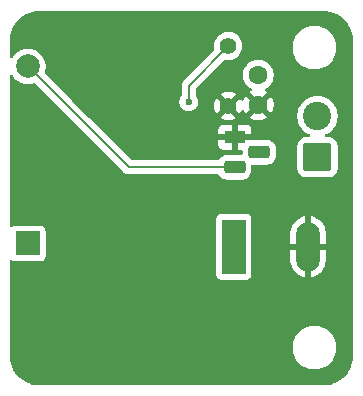
<source format=gbr>
%TF.GenerationSoftware,KiCad,Pcbnew,9.0.3*%
%TF.CreationDate,2025-11-18T21:13:43-05:00*%
%TF.ProjectId,digikey_water-alarm,64696769-6b65-4795-9f77-617465722d61,rev?*%
%TF.SameCoordinates,Original*%
%TF.FileFunction,Copper,L1,Top*%
%TF.FilePolarity,Positive*%
%FSLAX46Y46*%
G04 Gerber Fmt 4.6, Leading zero omitted, Abs format (unit mm)*
G04 Created by KiCad (PCBNEW 9.0.3) date 2025-11-18 21:13:43*
%MOMM*%
%LPD*%
G01*
G04 APERTURE LIST*
G04 Aperture macros list*
%AMRoundRect*
0 Rectangle with rounded corners*
0 $1 Rounding radius*
0 $2 $3 $4 $5 $6 $7 $8 $9 X,Y pos of 4 corners*
0 Add a 4 corners polygon primitive as box body*
4,1,4,$2,$3,$4,$5,$6,$7,$8,$9,$2,$3,0*
0 Add four circle primitives for the rounded corners*
1,1,$1+$1,$2,$3*
1,1,$1+$1,$4,$5*
1,1,$1+$1,$6,$7*
1,1,$1+$1,$8,$9*
0 Add four rect primitives between the rounded corners*
20,1,$1+$1,$2,$3,$4,$5,0*
20,1,$1+$1,$4,$5,$6,$7,0*
20,1,$1+$1,$6,$7,$8,$9,0*
20,1,$1+$1,$8,$9,$2,$3,0*%
G04 Aperture macros list end*
%TA.AperFunction,ComponentPad*%
%ADD10R,1.800000X1.100000*%
%TD*%
%TA.AperFunction,ComponentPad*%
%ADD11RoundRect,0.275000X-0.625000X0.275000X-0.625000X-0.275000X0.625000X-0.275000X0.625000X0.275000X0*%
%TD*%
%TA.AperFunction,ComponentPad*%
%ADD12C,1.400000*%
%TD*%
%TA.AperFunction,ComponentPad*%
%ADD13C,1.600000*%
%TD*%
%TA.AperFunction,ComponentPad*%
%ADD14RoundRect,0.250001X0.949999X-0.949999X0.949999X0.949999X-0.949999X0.949999X-0.949999X-0.949999X0*%
%TD*%
%TA.AperFunction,ComponentPad*%
%ADD15C,2.400000*%
%TD*%
%TA.AperFunction,ComponentPad*%
%ADD16R,2.000000X2.000000*%
%TD*%
%TA.AperFunction,ComponentPad*%
%ADD17C,2.000000*%
%TD*%
%TA.AperFunction,ComponentPad*%
%ADD18R,2.000000X4.600000*%
%TD*%
%TA.AperFunction,ComponentPad*%
%ADD19O,2.000000X4.200000*%
%TD*%
%TA.AperFunction,ViaPad*%
%ADD20C,0.600000*%
%TD*%
%TA.AperFunction,Conductor*%
%ADD21C,0.200000*%
%TD*%
G04 APERTURE END LIST*
D10*
%TO.P,Q1,1,S*%
%TO.N,GND*%
X151238000Y-93599000D03*
D11*
%TO.P,Q1,2,G*%
%TO.N,/Gate*%
X153308000Y-94869000D03*
%TO.P,Q1,3,D*%
%TO.N,Net-(BZ1--)*%
X151238000Y-96139000D03*
%TD*%
D12*
%TO.P,R1,1*%
%TO.N,/Gate*%
X150698200Y-85877400D03*
%TO.P,R1,2*%
%TO.N,GND*%
X150698200Y-90957400D03*
%TD*%
D13*
%TO.P,C1,1*%
%TO.N,/Gate*%
X153238200Y-88335800D03*
%TO.P,C1,2*%
%TO.N,GND*%
X153238200Y-90835800D03*
%TD*%
D14*
%TO.P,J2,1,Pin_1*%
%TO.N,VCC*%
X158247700Y-95298200D03*
D15*
%TO.P,J2,2,Pin_2*%
%TO.N,/Gate*%
X158247700Y-91798200D03*
%TD*%
D16*
%TO.P,BZ1,1,+*%
%TO.N,VCC*%
X133724000Y-102597600D03*
D17*
%TO.P,BZ1,2,-*%
%TO.N,Net-(BZ1--)*%
X133724000Y-87597600D03*
%TD*%
D18*
%TO.P,J1,1*%
%TO.N,VCC*%
X151155400Y-102870000D03*
D19*
%TO.P,J1,2*%
%TO.N,GND*%
X157455400Y-102870000D03*
%TD*%
D20*
%TO.N,/Gate*%
X147345400Y-90601800D03*
%TD*%
D21*
%TO.N,Net-(BZ1--)*%
X142265400Y-96139000D02*
X133724000Y-87597600D01*
X151638000Y-96139000D02*
X142265400Y-96139000D01*
%TO.N,/Gate*%
X150698200Y-85877400D02*
X147345400Y-89230200D01*
X147345400Y-89230200D02*
X147345400Y-90601800D01*
%TD*%
%TA.AperFunction,Conductor*%
%TO.N,GND*%
G36*
X158750936Y-82898326D02*
G01*
X159040996Y-82915871D01*
X159055859Y-82917676D01*
X159337998Y-82969380D01*
X159352535Y-82972963D01*
X159626372Y-83058295D01*
X159640363Y-83063600D01*
X159901943Y-83181327D01*
X159915189Y-83188280D01*
X160160665Y-83336675D01*
X160172976Y-83345173D01*
X160398773Y-83522073D01*
X160409981Y-83532003D01*
X160612796Y-83734818D01*
X160622726Y-83746026D01*
X160742681Y-83899138D01*
X160799622Y-83971817D01*
X160808128Y-83984140D01*
X160956516Y-84229604D01*
X160963475Y-84242863D01*
X161081197Y-84504431D01*
X161086506Y-84518432D01*
X161171835Y-84792263D01*
X161175419Y-84806801D01*
X161227123Y-85088940D01*
X161228928Y-85103805D01*
X161246474Y-85393863D01*
X161246700Y-85401350D01*
X161246700Y-112109049D01*
X161246474Y-112116536D01*
X161228928Y-112406594D01*
X161227123Y-112421459D01*
X161175419Y-112703598D01*
X161171835Y-112718136D01*
X161086506Y-112991967D01*
X161081197Y-113005968D01*
X160963475Y-113267536D01*
X160956516Y-113280795D01*
X160808128Y-113526259D01*
X160799622Y-113538582D01*
X160622726Y-113764373D01*
X160612796Y-113775581D01*
X160409981Y-113978396D01*
X160398773Y-113988326D01*
X160172982Y-114165222D01*
X160160659Y-114173728D01*
X159915195Y-114322116D01*
X159901936Y-114329075D01*
X159640368Y-114446797D01*
X159626367Y-114452106D01*
X159352536Y-114537435D01*
X159337998Y-114541019D01*
X159055859Y-114592723D01*
X159040994Y-114594528D01*
X158750936Y-114612074D01*
X158743449Y-114612300D01*
X134702751Y-114612300D01*
X134695264Y-114612074D01*
X134405205Y-114594528D01*
X134390340Y-114592723D01*
X134108201Y-114541019D01*
X134093663Y-114537435D01*
X133819832Y-114452106D01*
X133805831Y-114446797D01*
X133544263Y-114329075D01*
X133531004Y-114322116D01*
X133285540Y-114173728D01*
X133273217Y-114165222D01*
X133047426Y-113988326D01*
X133036218Y-113978396D01*
X132833403Y-113775581D01*
X132823473Y-113764373D01*
X132646573Y-113538576D01*
X132638075Y-113526265D01*
X132489680Y-113280789D01*
X132482727Y-113267543D01*
X132365000Y-113005963D01*
X132359693Y-112991967D01*
X132274364Y-112718136D01*
X132270780Y-112703598D01*
X132221501Y-112434693D01*
X132219075Y-112421457D01*
X132217271Y-112406594D01*
X132199726Y-112116536D01*
X132199500Y-112109049D01*
X132199500Y-111283111D01*
X156137500Y-111283111D01*
X156137500Y-111525688D01*
X156169161Y-111766185D01*
X156231947Y-112000504D01*
X156324773Y-112224605D01*
X156324776Y-112224612D01*
X156446064Y-112434689D01*
X156446066Y-112434692D01*
X156446067Y-112434693D01*
X156593733Y-112627136D01*
X156593739Y-112627143D01*
X156765256Y-112798660D01*
X156765262Y-112798665D01*
X156957711Y-112946336D01*
X157167788Y-113067624D01*
X157391900Y-113160454D01*
X157626211Y-113223238D01*
X157806586Y-113246984D01*
X157866711Y-113254900D01*
X157866712Y-113254900D01*
X158109289Y-113254900D01*
X158157388Y-113248567D01*
X158349789Y-113223238D01*
X158584100Y-113160454D01*
X158808212Y-113067624D01*
X159018289Y-112946336D01*
X159210738Y-112798665D01*
X159382265Y-112627138D01*
X159529936Y-112434689D01*
X159651224Y-112224612D01*
X159744054Y-112000500D01*
X159806838Y-111766189D01*
X159838500Y-111525688D01*
X159838500Y-111283112D01*
X159806838Y-111042611D01*
X159744054Y-110808300D01*
X159651224Y-110584188D01*
X159529936Y-110374111D01*
X159382265Y-110181662D01*
X159382260Y-110181656D01*
X159210743Y-110010139D01*
X159210736Y-110010133D01*
X159018293Y-109862467D01*
X159018292Y-109862466D01*
X159018289Y-109862464D01*
X158808212Y-109741176D01*
X158808205Y-109741173D01*
X158584104Y-109648347D01*
X158349785Y-109585561D01*
X158109289Y-109553900D01*
X158109288Y-109553900D01*
X157866712Y-109553900D01*
X157866711Y-109553900D01*
X157626214Y-109585561D01*
X157391895Y-109648347D01*
X157167794Y-109741173D01*
X157167785Y-109741177D01*
X156957706Y-109862467D01*
X156765263Y-110010133D01*
X156765256Y-110010139D01*
X156593739Y-110181656D01*
X156593733Y-110181663D01*
X156446067Y-110374106D01*
X156324777Y-110584185D01*
X156324773Y-110584194D01*
X156231947Y-110808295D01*
X156169161Y-111042614D01*
X156137500Y-111283111D01*
X132199500Y-111283111D01*
X132199500Y-104077886D01*
X132219185Y-104010847D01*
X132271989Y-103965092D01*
X132341147Y-103955148D01*
X132397810Y-103978619D01*
X132481665Y-104041393D01*
X132481668Y-104041395D01*
X132481671Y-104041397D01*
X132616517Y-104091691D01*
X132616516Y-104091691D01*
X132623444Y-104092435D01*
X132676127Y-104098100D01*
X134771872Y-104098099D01*
X134831483Y-104091691D01*
X134966331Y-104041396D01*
X135081546Y-103955146D01*
X135167796Y-103839931D01*
X135218091Y-103705083D01*
X135224500Y-103645473D01*
X135224499Y-101549728D01*
X135218091Y-101490117D01*
X135207974Y-101462993D01*
X135167797Y-101355271D01*
X135167793Y-101355264D01*
X135081547Y-101240055D01*
X135081544Y-101240052D01*
X134966335Y-101153806D01*
X134966328Y-101153802D01*
X134831482Y-101103508D01*
X134831483Y-101103508D01*
X134771883Y-101097101D01*
X134771881Y-101097100D01*
X134771873Y-101097100D01*
X134771864Y-101097100D01*
X132676129Y-101097100D01*
X132676123Y-101097101D01*
X132616516Y-101103508D01*
X132481671Y-101153802D01*
X132481669Y-101153804D01*
X132397811Y-101216580D01*
X132332347Y-101240997D01*
X132264074Y-101226145D01*
X132214668Y-101176740D01*
X132199500Y-101117313D01*
X132199500Y-100522135D01*
X149654900Y-100522135D01*
X149654900Y-105217870D01*
X149654901Y-105217876D01*
X149661308Y-105277483D01*
X149711602Y-105412328D01*
X149711606Y-105412335D01*
X149797852Y-105527544D01*
X149797855Y-105527547D01*
X149913064Y-105613793D01*
X149913071Y-105613797D01*
X150047917Y-105664091D01*
X150047916Y-105664091D01*
X150054844Y-105664835D01*
X150107527Y-105670500D01*
X152203272Y-105670499D01*
X152262883Y-105664091D01*
X152397731Y-105613796D01*
X152512946Y-105527546D01*
X152599196Y-105412331D01*
X152649491Y-105277483D01*
X152655900Y-105217873D01*
X152655899Y-101651947D01*
X155955400Y-101651947D01*
X155955400Y-102620000D01*
X156955400Y-102620000D01*
X156955400Y-103120000D01*
X155955400Y-103120000D01*
X155955400Y-104088052D01*
X155992334Y-104321247D01*
X156065297Y-104545802D01*
X156172485Y-104756171D01*
X156311266Y-104947186D01*
X156478213Y-105114133D01*
X156669228Y-105252914D01*
X156879595Y-105360102D01*
X157104144Y-105433063D01*
X157104150Y-105433065D01*
X157205400Y-105449101D01*
X157205400Y-104403012D01*
X157262407Y-104435925D01*
X157389574Y-104470000D01*
X157521226Y-104470000D01*
X157648393Y-104435925D01*
X157705400Y-104403012D01*
X157705400Y-105449100D01*
X157806649Y-105433065D01*
X157806655Y-105433063D01*
X158031204Y-105360102D01*
X158241571Y-105252914D01*
X158432586Y-105114133D01*
X158599533Y-104947186D01*
X158738314Y-104756171D01*
X158845502Y-104545802D01*
X158918465Y-104321247D01*
X158955400Y-104088052D01*
X158955400Y-103120000D01*
X157955400Y-103120000D01*
X157955400Y-102620000D01*
X158955400Y-102620000D01*
X158955400Y-101651947D01*
X158918465Y-101418752D01*
X158845502Y-101194197D01*
X158738314Y-100983828D01*
X158599533Y-100792813D01*
X158432586Y-100625866D01*
X158241571Y-100487085D01*
X158031202Y-100379897D01*
X157806647Y-100306934D01*
X157705400Y-100290897D01*
X157705400Y-101336988D01*
X157648393Y-101304075D01*
X157521226Y-101270000D01*
X157389574Y-101270000D01*
X157262407Y-101304075D01*
X157205400Y-101336988D01*
X157205400Y-100290897D01*
X157104152Y-100306934D01*
X156879597Y-100379897D01*
X156669228Y-100487085D01*
X156478213Y-100625866D01*
X156311266Y-100792813D01*
X156172485Y-100983828D01*
X156065297Y-101194197D01*
X155992334Y-101418752D01*
X155955400Y-101651947D01*
X152655899Y-101651947D01*
X152655899Y-100522128D01*
X152649491Y-100462517D01*
X152599196Y-100327669D01*
X152599195Y-100327668D01*
X152599193Y-100327664D01*
X152512947Y-100212455D01*
X152512944Y-100212452D01*
X152397735Y-100126206D01*
X152397728Y-100126202D01*
X152262882Y-100075908D01*
X152262883Y-100075908D01*
X152203283Y-100069501D01*
X152203281Y-100069500D01*
X152203273Y-100069500D01*
X152203264Y-100069500D01*
X150107529Y-100069500D01*
X150107523Y-100069501D01*
X150047916Y-100075908D01*
X149913071Y-100126202D01*
X149913064Y-100126206D01*
X149797855Y-100212452D01*
X149797852Y-100212455D01*
X149711606Y-100327664D01*
X149711602Y-100327671D01*
X149661308Y-100462517D01*
X149654901Y-100522116D01*
X149654901Y-100522123D01*
X149654900Y-100522135D01*
X132199500Y-100522135D01*
X132199500Y-88427233D01*
X132219185Y-88360194D01*
X132271989Y-88314439D01*
X132341147Y-88304495D01*
X132404703Y-88333520D01*
X132433985Y-88370939D01*
X132440655Y-88384031D01*
X132472044Y-88427233D01*
X132579483Y-88575110D01*
X132746490Y-88742117D01*
X132937567Y-88880943D01*
X132994271Y-88909835D01*
X133148003Y-88988166D01*
X133148005Y-88988166D01*
X133148008Y-88988168D01*
X133238015Y-89017413D01*
X133372631Y-89061153D01*
X133605903Y-89098100D01*
X133605908Y-89098100D01*
X133842097Y-89098100D01*
X133948126Y-89081305D01*
X134075368Y-89061153D01*
X134201566Y-89020147D01*
X134271404Y-89018153D01*
X134327562Y-89050397D01*
X141896684Y-96619520D01*
X141896686Y-96619521D01*
X141896690Y-96619524D01*
X142033609Y-96698573D01*
X142033616Y-96698577D01*
X142186343Y-96739501D01*
X142186345Y-96739501D01*
X142352054Y-96739501D01*
X142352070Y-96739500D01*
X149833110Y-96739500D01*
X149900149Y-96759185D01*
X149938104Y-96797528D01*
X150002853Y-96900576D01*
X150126424Y-97024147D01*
X150274394Y-97117122D01*
X150439343Y-97174841D01*
X150439349Y-97174841D01*
X150439351Y-97174842D01*
X150480750Y-97179506D01*
X150569442Y-97189499D01*
X150569445Y-97189500D01*
X150569448Y-97189500D01*
X151906555Y-97189500D01*
X151906556Y-97189499D01*
X152036657Y-97174841D01*
X152201606Y-97117122D01*
X152349576Y-97024147D01*
X152473147Y-96900576D01*
X152566122Y-96752606D01*
X152623841Y-96587657D01*
X152638500Y-96457552D01*
X152638500Y-96043500D01*
X152658185Y-95976461D01*
X152710989Y-95930706D01*
X152762500Y-95919500D01*
X153976555Y-95919500D01*
X153976556Y-95919499D01*
X154106657Y-95904841D01*
X154271606Y-95847122D01*
X154419576Y-95754147D01*
X154543147Y-95630576D01*
X154636122Y-95482606D01*
X154693841Y-95317657D01*
X154708500Y-95187552D01*
X154708500Y-94550448D01*
X154693841Y-94420343D01*
X154636122Y-94255394D01*
X154543147Y-94107424D01*
X154419576Y-93983853D01*
X154271606Y-93890878D01*
X154271605Y-93890877D01*
X154271604Y-93890877D01*
X154106658Y-93833159D01*
X154106648Y-93833157D01*
X153976558Y-93818500D01*
X153976552Y-93818500D01*
X152639448Y-93818500D01*
X152639441Y-93818500D01*
X152509351Y-93833157D01*
X152509341Y-93833159D01*
X152483960Y-93842041D01*
X152443005Y-93849000D01*
X151918330Y-93849000D01*
X151938075Y-93829255D01*
X151987444Y-93743745D01*
X152013000Y-93648370D01*
X152013000Y-93549630D01*
X151987444Y-93454255D01*
X151938075Y-93368745D01*
X151918330Y-93349000D01*
X152638000Y-93349000D01*
X152638000Y-93001172D01*
X152637999Y-93001155D01*
X152631598Y-92941627D01*
X152631596Y-92941620D01*
X152581354Y-92806913D01*
X152581350Y-92806906D01*
X152495190Y-92691812D01*
X152495187Y-92691809D01*
X152380093Y-92605649D01*
X152380086Y-92605645D01*
X152245379Y-92555403D01*
X152245372Y-92555401D01*
X152185844Y-92549000D01*
X151488000Y-92549000D01*
X151488000Y-93252589D01*
X151407745Y-93298925D01*
X151337925Y-93368745D01*
X151288556Y-93454255D01*
X151263000Y-93549630D01*
X151263000Y-93648370D01*
X151288556Y-93743745D01*
X151337925Y-93829255D01*
X151407745Y-93899075D01*
X151488000Y-93945410D01*
X151488000Y-94649000D01*
X151783500Y-94649000D01*
X151792185Y-94651550D01*
X151801147Y-94650262D01*
X151825187Y-94661240D01*
X151850539Y-94668685D01*
X151856466Y-94675525D01*
X151864703Y-94679287D01*
X151878992Y-94701521D01*
X151896294Y-94721489D01*
X151898581Y-94732003D01*
X151902477Y-94738065D01*
X151907500Y-94773000D01*
X151907500Y-94964500D01*
X151887815Y-95031539D01*
X151835011Y-95077294D01*
X151783500Y-95088500D01*
X150569441Y-95088500D01*
X150439351Y-95103157D01*
X150439341Y-95103159D01*
X150274395Y-95160877D01*
X150126423Y-95253853D01*
X150002853Y-95377423D01*
X149938104Y-95480472D01*
X149885769Y-95526763D01*
X149833110Y-95538500D01*
X142565498Y-95538500D01*
X142498459Y-95518815D01*
X142477817Y-95502181D01*
X141172480Y-94196844D01*
X149838000Y-94196844D01*
X149844401Y-94256372D01*
X149844403Y-94256379D01*
X149894645Y-94391086D01*
X149894649Y-94391093D01*
X149980809Y-94506187D01*
X149980812Y-94506190D01*
X150095906Y-94592350D01*
X150095913Y-94592354D01*
X150230620Y-94642596D01*
X150230627Y-94642598D01*
X150290155Y-94648999D01*
X150290172Y-94649000D01*
X150988000Y-94649000D01*
X150988000Y-93849000D01*
X149838000Y-93849000D01*
X149838000Y-94196844D01*
X141172480Y-94196844D01*
X139976791Y-93001155D01*
X149838000Y-93001155D01*
X149838000Y-93349000D01*
X150988000Y-93349000D01*
X150988000Y-92549000D01*
X150290155Y-92549000D01*
X150230627Y-92555401D01*
X150230620Y-92555403D01*
X150095913Y-92605645D01*
X150095906Y-92605649D01*
X149980812Y-92691809D01*
X149980809Y-92691812D01*
X149894649Y-92806906D01*
X149894645Y-92806913D01*
X149844403Y-92941620D01*
X149844401Y-92941627D01*
X149838000Y-93001155D01*
X139976791Y-93001155D01*
X138981340Y-92005704D01*
X138940918Y-91965282D01*
X150043869Y-91965282D01*
X150043870Y-91965283D01*
X150069259Y-91983729D01*
X150237562Y-92069485D01*
X150417197Y-92127851D01*
X150603753Y-92157400D01*
X150792647Y-92157400D01*
X150979202Y-92127851D01*
X151158837Y-92069485D01*
X151327137Y-91983731D01*
X151352528Y-91965283D01*
X151352528Y-91965282D01*
X151342942Y-91955696D01*
X150698201Y-91310954D01*
X150698200Y-91310954D01*
X150043869Y-91965282D01*
X138940918Y-91965282D01*
X137580182Y-90604547D01*
X137498588Y-90522953D01*
X146544900Y-90522953D01*
X146544900Y-90680646D01*
X146575661Y-90835289D01*
X146575664Y-90835301D01*
X146636002Y-90980972D01*
X146636009Y-90980985D01*
X146723610Y-91112088D01*
X146723613Y-91112092D01*
X146835107Y-91223586D01*
X146835111Y-91223589D01*
X146966214Y-91311190D01*
X146966227Y-91311197D01*
X147111898Y-91371535D01*
X147111903Y-91371537D01*
X147266553Y-91402299D01*
X147266556Y-91402300D01*
X147266558Y-91402300D01*
X147424244Y-91402300D01*
X147424245Y-91402299D01*
X147578897Y-91371537D01*
X147724579Y-91311194D01*
X147855689Y-91223589D01*
X147967189Y-91112089D01*
X148054794Y-90980979D01*
X148103682Y-90862952D01*
X149498200Y-90862952D01*
X149498200Y-91051847D01*
X149527748Y-91238402D01*
X149586114Y-91418037D01*
X149671866Y-91586333D01*
X149690316Y-91611728D01*
X150344646Y-90957400D01*
X150344646Y-90957399D01*
X150298569Y-90911322D01*
X150348200Y-90911322D01*
X150348200Y-91003478D01*
X150372052Y-91092495D01*
X150418130Y-91172305D01*
X150483295Y-91237470D01*
X150563105Y-91283548D01*
X150652122Y-91307400D01*
X150744278Y-91307400D01*
X150833295Y-91283548D01*
X150913105Y-91237470D01*
X150978270Y-91172305D01*
X151024348Y-91092495D01*
X151048200Y-91003478D01*
X151048200Y-90957399D01*
X151051754Y-90957399D01*
X151051754Y-90957400D01*
X151706082Y-91611728D01*
X151706083Y-91611728D01*
X151724531Y-91586337D01*
X151810286Y-91418035D01*
X151821180Y-91384507D01*
X151860616Y-91326831D01*
X151924975Y-91299632D01*
X151993821Y-91311546D01*
X152045297Y-91358789D01*
X152049596Y-91366529D01*
X152126341Y-91517150D01*
X152126347Y-91517159D01*
X152158723Y-91561721D01*
X152158724Y-91561722D01*
X152838200Y-90882246D01*
X152838200Y-90888461D01*
X152865459Y-90990194D01*
X152918120Y-91081406D01*
X152992594Y-91155880D01*
X153083806Y-91208541D01*
X153185539Y-91235800D01*
X153191753Y-91235800D01*
X152512276Y-91915274D01*
X152556850Y-91947659D01*
X152739168Y-92040555D01*
X152933782Y-92103790D01*
X153135883Y-92135800D01*
X153340517Y-92135800D01*
X153542617Y-92103790D01*
X153737231Y-92040555D01*
X153919549Y-91947659D01*
X153964121Y-91915274D01*
X153735596Y-91686749D01*
X156547200Y-91686749D01*
X156547200Y-91909650D01*
X156547201Y-91909666D01*
X156576294Y-92130652D01*
X156576295Y-92130657D01*
X156576296Y-92130663D01*
X156633990Y-92345980D01*
X156633993Y-92345990D01*
X156718083Y-92549000D01*
X156719295Y-92551926D01*
X156830752Y-92744974D01*
X156830757Y-92744980D01*
X156830758Y-92744982D01*
X156966451Y-92921822D01*
X156966457Y-92921829D01*
X157124070Y-93079442D01*
X157124076Y-93079447D01*
X157300926Y-93215148D01*
X157493974Y-93326605D01*
X157493977Y-93326606D01*
X157493982Y-93326609D01*
X157572517Y-93359139D01*
X157626921Y-93402980D01*
X157648986Y-93469274D01*
X157631707Y-93536973D01*
X157580570Y-93584584D01*
X157525065Y-93597700D01*
X157247684Y-93597700D01*
X157144904Y-93608200D01*
X157144903Y-93608201D01*
X156978364Y-93663386D01*
X156978362Y-93663387D01*
X156829048Y-93755486D01*
X156829044Y-93755489D01*
X156704989Y-93879544D01*
X156704986Y-93879548D01*
X156612887Y-94028862D01*
X156612886Y-94028864D01*
X156557701Y-94195403D01*
X156557700Y-94195404D01*
X156547200Y-94298184D01*
X156547200Y-96298215D01*
X156557700Y-96400995D01*
X156557701Y-96400997D01*
X156585293Y-96484265D01*
X156612886Y-96567535D01*
X156612887Y-96567537D01*
X156704986Y-96716851D01*
X156704989Y-96716855D01*
X156829044Y-96840910D01*
X156829048Y-96840913D01*
X156978362Y-96933012D01*
X156978364Y-96933013D01*
X156978366Y-96933014D01*
X157144903Y-96988199D01*
X157247692Y-96998700D01*
X157247697Y-96998700D01*
X159247703Y-96998700D01*
X159247708Y-96998700D01*
X159350497Y-96988199D01*
X159517034Y-96933014D01*
X159666355Y-96840911D01*
X159790411Y-96716855D01*
X159882514Y-96567534D01*
X159937699Y-96400997D01*
X159948200Y-96298208D01*
X159948200Y-94298192D01*
X159937699Y-94195403D01*
X159882514Y-94028866D01*
X159854749Y-93983853D01*
X159790413Y-93879548D01*
X159790410Y-93879544D01*
X159666355Y-93755489D01*
X159666351Y-93755486D01*
X159517037Y-93663387D01*
X159517035Y-93663386D01*
X159433765Y-93635793D01*
X159350497Y-93608201D01*
X159350495Y-93608200D01*
X159247715Y-93597700D01*
X159247708Y-93597700D01*
X158970335Y-93597700D01*
X158903296Y-93578015D01*
X158857541Y-93525211D01*
X158847597Y-93456053D01*
X158876622Y-93392497D01*
X158922883Y-93359139D01*
X159001417Y-93326609D01*
X159001418Y-93326607D01*
X159001426Y-93326605D01*
X159194474Y-93215148D01*
X159371324Y-93079447D01*
X159528947Y-92921824D01*
X159664648Y-92744974D01*
X159776105Y-92551926D01*
X159861410Y-92345981D01*
X159919104Y-92130663D01*
X159948200Y-91909657D01*
X159948200Y-91686743D01*
X159919104Y-91465737D01*
X159861410Y-91250419D01*
X159856432Y-91238402D01*
X159804112Y-91112089D01*
X159776105Y-91044474D01*
X159664648Y-90851426D01*
X159531060Y-90677330D01*
X159528948Y-90674577D01*
X159528942Y-90674570D01*
X159371329Y-90516957D01*
X159371322Y-90516951D01*
X159194482Y-90381258D01*
X159194480Y-90381257D01*
X159194474Y-90381252D01*
X159001426Y-90269795D01*
X159001422Y-90269793D01*
X158795490Y-90184493D01*
X158795483Y-90184491D01*
X158795481Y-90184490D01*
X158580163Y-90126796D01*
X158580157Y-90126795D01*
X158580152Y-90126794D01*
X158359166Y-90097701D01*
X158359163Y-90097700D01*
X158359157Y-90097700D01*
X158136243Y-90097700D01*
X158136237Y-90097700D01*
X158136233Y-90097701D01*
X157915247Y-90126794D01*
X157915240Y-90126795D01*
X157915237Y-90126796D01*
X157699919Y-90184490D01*
X157699909Y-90184493D01*
X157493977Y-90269793D01*
X157493973Y-90269795D01*
X157300926Y-90381252D01*
X157300917Y-90381258D01*
X157124077Y-90516951D01*
X157124070Y-90516957D01*
X156966457Y-90674570D01*
X156966451Y-90674577D01*
X156830758Y-90851417D01*
X156830752Y-90851426D01*
X156719295Y-91044473D01*
X156719293Y-91044477D01*
X156633993Y-91250409D01*
X156633990Y-91250419D01*
X156598062Y-91384507D01*
X156576297Y-91465734D01*
X156576294Y-91465747D01*
X156547201Y-91686733D01*
X156547200Y-91686749D01*
X153735596Y-91686749D01*
X153284647Y-91235800D01*
X153290861Y-91235800D01*
X153392594Y-91208541D01*
X153483806Y-91155880D01*
X153558280Y-91081406D01*
X153610941Y-90990194D01*
X153638200Y-90888461D01*
X153638200Y-90882247D01*
X154317674Y-91561721D01*
X154350059Y-91517149D01*
X154442955Y-91334831D01*
X154506190Y-91140217D01*
X154538200Y-90938117D01*
X154538200Y-90733482D01*
X154506190Y-90531382D01*
X154442955Y-90336768D01*
X154350059Y-90154450D01*
X154317674Y-90109877D01*
X154317674Y-90109876D01*
X153638200Y-90789351D01*
X153638200Y-90783139D01*
X153610941Y-90681406D01*
X153558280Y-90590194D01*
X153483806Y-90515720D01*
X153392594Y-90463059D01*
X153290861Y-90435800D01*
X153284646Y-90435800D01*
X153964122Y-89756324D01*
X153964121Y-89756323D01*
X153919559Y-89723947D01*
X153919550Y-89723941D01*
X153865821Y-89696565D01*
X153815025Y-89648591D01*
X153798230Y-89580770D01*
X153820767Y-89514635D01*
X153865821Y-89475595D01*
X153919810Y-89448087D01*
X153969344Y-89412098D01*
X154085413Y-89327771D01*
X154085415Y-89327768D01*
X154085419Y-89327766D01*
X154230166Y-89183019D01*
X154230168Y-89183015D01*
X154230171Y-89183013D01*
X154318706Y-89061153D01*
X154350487Y-89017410D01*
X154443420Y-88835019D01*
X154506677Y-88640334D01*
X154538700Y-88438152D01*
X154538700Y-88233448D01*
X154506677Y-88031265D01*
X154443418Y-87836576D01*
X154381826Y-87715697D01*
X154350487Y-87654190D01*
X154342756Y-87643549D01*
X154230171Y-87488586D01*
X154085413Y-87343828D01*
X153919813Y-87223515D01*
X153919812Y-87223514D01*
X153919810Y-87223513D01*
X153862853Y-87194491D01*
X153737423Y-87130581D01*
X153542734Y-87067322D01*
X153360036Y-87038386D01*
X153340552Y-87035300D01*
X153135848Y-87035300D01*
X153116364Y-87038386D01*
X152933665Y-87067322D01*
X152738976Y-87130581D01*
X152556586Y-87223515D01*
X152390986Y-87343828D01*
X152246228Y-87488586D01*
X152125915Y-87654186D01*
X152032981Y-87836576D01*
X151969722Y-88031265D01*
X151937700Y-88233448D01*
X151937700Y-88438151D01*
X151969722Y-88640334D01*
X152032981Y-88835023D01*
X152096891Y-88960453D01*
X152111013Y-88988168D01*
X152125915Y-89017413D01*
X152246228Y-89183013D01*
X152390986Y-89327771D01*
X152556585Y-89448084D01*
X152556587Y-89448085D01*
X152556590Y-89448087D01*
X152610578Y-89475595D01*
X152661374Y-89523569D01*
X152678169Y-89591390D01*
X152655632Y-89657525D01*
X152610578Y-89696565D01*
X152556844Y-89723943D01*
X152512277Y-89756323D01*
X152512277Y-89756324D01*
X153191754Y-90435800D01*
X153185539Y-90435800D01*
X153083806Y-90463059D01*
X152992594Y-90515720D01*
X152918120Y-90590194D01*
X152865459Y-90681406D01*
X152838200Y-90783139D01*
X152838200Y-90789353D01*
X152158724Y-90109877D01*
X152158723Y-90109877D01*
X152126343Y-90154444D01*
X152033442Y-90336772D01*
X152007313Y-90417188D01*
X151967875Y-90474863D01*
X151903516Y-90502060D01*
X151834670Y-90490145D01*
X151783195Y-90442900D01*
X151778898Y-90435163D01*
X151724529Y-90328458D01*
X151706083Y-90303070D01*
X151706082Y-90303069D01*
X151051754Y-90957399D01*
X151048200Y-90957399D01*
X151048200Y-90911322D01*
X151024348Y-90822305D01*
X150978270Y-90742495D01*
X150913105Y-90677330D01*
X150833295Y-90631252D01*
X150744278Y-90607400D01*
X150652122Y-90607400D01*
X150563105Y-90631252D01*
X150483295Y-90677330D01*
X150418130Y-90742495D01*
X150372052Y-90822305D01*
X150348200Y-90911322D01*
X150298569Y-90911322D01*
X149690316Y-90303069D01*
X149690316Y-90303070D01*
X149671869Y-90328460D01*
X149586114Y-90496762D01*
X149527748Y-90676397D01*
X149498200Y-90862952D01*
X148103682Y-90862952D01*
X148115137Y-90835297D01*
X148133597Y-90742495D01*
X148145900Y-90680644D01*
X148145900Y-90522955D01*
X148145899Y-90522953D01*
X148117714Y-90381258D01*
X148115137Y-90368303D01*
X148088117Y-90303070D01*
X148054797Y-90222627D01*
X148054790Y-90222614D01*
X147966798Y-90090925D01*
X147961147Y-90072878D01*
X147950923Y-90056969D01*
X147946471Y-90026007D01*
X147945920Y-90024247D01*
X147945900Y-90022034D01*
X147945900Y-89949516D01*
X150043869Y-89949516D01*
X150698200Y-90603846D01*
X150698201Y-90603846D01*
X151352528Y-89949516D01*
X151327133Y-89931066D01*
X151158837Y-89845314D01*
X150979202Y-89786948D01*
X150792647Y-89757400D01*
X150603753Y-89757400D01*
X150417197Y-89786948D01*
X150237562Y-89845314D01*
X150069260Y-89931069D01*
X150043870Y-89949516D01*
X150043869Y-89949516D01*
X147945900Y-89949516D01*
X147945900Y-89530296D01*
X147965585Y-89463257D01*
X147982214Y-89442620D01*
X150337369Y-87087464D01*
X150398690Y-87053981D01*
X150444446Y-87052674D01*
X150603714Y-87077900D01*
X150603719Y-87077900D01*
X150792686Y-87077900D01*
X150979318Y-87048340D01*
X151009953Y-87038386D01*
X151159032Y-86989947D01*
X151327399Y-86904160D01*
X151480273Y-86793090D01*
X151613890Y-86659473D01*
X151724960Y-86506599D01*
X151810747Y-86338232D01*
X151869140Y-86158518D01*
X151873016Y-86134046D01*
X151898700Y-85971886D01*
X151898700Y-85883111D01*
X156137500Y-85883111D01*
X156137500Y-86125688D01*
X156169161Y-86366185D01*
X156231947Y-86600504D01*
X156311718Y-86793087D01*
X156324776Y-86824612D01*
X156446064Y-87034689D01*
X156446066Y-87034692D01*
X156446067Y-87034693D01*
X156593733Y-87227136D01*
X156593739Y-87227143D01*
X156765256Y-87398660D01*
X156765262Y-87398665D01*
X156957711Y-87546336D01*
X157167788Y-87667624D01*
X157391900Y-87760454D01*
X157626211Y-87823238D01*
X157806586Y-87846984D01*
X157866711Y-87854900D01*
X157866712Y-87854900D01*
X158109289Y-87854900D01*
X158157388Y-87848567D01*
X158349789Y-87823238D01*
X158584100Y-87760454D01*
X158808212Y-87667624D01*
X159018289Y-87546336D01*
X159210738Y-87398665D01*
X159382265Y-87227138D01*
X159529936Y-87034689D01*
X159651224Y-86824612D01*
X159744054Y-86600500D01*
X159806838Y-86366189D01*
X159838500Y-86125688D01*
X159838500Y-85883112D01*
X159806838Y-85642611D01*
X159744054Y-85408300D01*
X159651224Y-85184188D01*
X159529936Y-84974111D01*
X159395899Y-84799430D01*
X159382266Y-84781663D01*
X159382260Y-84781656D01*
X159210743Y-84610139D01*
X159210736Y-84610133D01*
X159018293Y-84462467D01*
X159018292Y-84462466D01*
X159018289Y-84462464D01*
X158808212Y-84341176D01*
X158808205Y-84341173D01*
X158584104Y-84248347D01*
X158349785Y-84185561D01*
X158109289Y-84153900D01*
X158109288Y-84153900D01*
X157866712Y-84153900D01*
X157866711Y-84153900D01*
X157626214Y-84185561D01*
X157391895Y-84248347D01*
X157167794Y-84341173D01*
X157167785Y-84341177D01*
X156957706Y-84462467D01*
X156765263Y-84610133D01*
X156765256Y-84610139D01*
X156593739Y-84781656D01*
X156593733Y-84781663D01*
X156446067Y-84974106D01*
X156324777Y-85184185D01*
X156324773Y-85184194D01*
X156231947Y-85408295D01*
X156169161Y-85642614D01*
X156137500Y-85883111D01*
X151898700Y-85883111D01*
X151898700Y-85782913D01*
X151869140Y-85596281D01*
X151810745Y-85416563D01*
X151724959Y-85248200D01*
X151613890Y-85095327D01*
X151480273Y-84961710D01*
X151327399Y-84850640D01*
X151159036Y-84764854D01*
X150979318Y-84706459D01*
X150792686Y-84676900D01*
X150792681Y-84676900D01*
X150603719Y-84676900D01*
X150603714Y-84676900D01*
X150417081Y-84706459D01*
X150237363Y-84764854D01*
X150069000Y-84850640D01*
X149981779Y-84914010D01*
X149916127Y-84961710D01*
X149916125Y-84961712D01*
X149916124Y-84961712D01*
X149782512Y-85095324D01*
X149782512Y-85095325D01*
X149782510Y-85095327D01*
X149734810Y-85160979D01*
X149671440Y-85248200D01*
X149585654Y-85416563D01*
X149527259Y-85596281D01*
X149497700Y-85782913D01*
X149497700Y-85971886D01*
X149522925Y-86131151D01*
X149513970Y-86200445D01*
X149488133Y-86238230D01*
X146980033Y-88746330D01*
X146980026Y-88746337D01*
X146976686Y-88749678D01*
X146976684Y-88749680D01*
X146864880Y-88861484D01*
X146836965Y-88909835D01*
X146831203Y-88919813D01*
X146831201Y-88919817D01*
X146791740Y-88988166D01*
X146785823Y-88998415D01*
X146744899Y-89151143D01*
X146744899Y-89151145D01*
X146744899Y-89319246D01*
X146744900Y-89319259D01*
X146744900Y-90022034D01*
X146725215Y-90089073D01*
X146724002Y-90090925D01*
X146636009Y-90222614D01*
X146636002Y-90222627D01*
X146575664Y-90368298D01*
X146575661Y-90368310D01*
X146544900Y-90522953D01*
X137498588Y-90522953D01*
X135176798Y-88201163D01*
X135143313Y-88139840D01*
X135146547Y-88075166D01*
X135187553Y-87948968D01*
X135207705Y-87821726D01*
X135224500Y-87715697D01*
X135224500Y-87479502D01*
X135187553Y-87246231D01*
X135149975Y-87130580D01*
X135114568Y-87021608D01*
X135114566Y-87021605D01*
X135114566Y-87021603D01*
X135036970Y-86869313D01*
X135007343Y-86811167D01*
X134868517Y-86620090D01*
X134701510Y-86453083D01*
X134510433Y-86314257D01*
X134299996Y-86207033D01*
X134075368Y-86134046D01*
X133842097Y-86097100D01*
X133842092Y-86097100D01*
X133605908Y-86097100D01*
X133605903Y-86097100D01*
X133372631Y-86134046D01*
X133148003Y-86207033D01*
X132937566Y-86314257D01*
X132866094Y-86366185D01*
X132746490Y-86453083D01*
X132746488Y-86453085D01*
X132746487Y-86453085D01*
X132579485Y-86620087D01*
X132579485Y-86620088D01*
X132579483Y-86620090D01*
X132550869Y-86659474D01*
X132440657Y-86811166D01*
X132433984Y-86824263D01*
X132386008Y-86875058D01*
X132318187Y-86891852D01*
X132252053Y-86869313D01*
X132208602Y-86814597D01*
X132199500Y-86767966D01*
X132199500Y-85401350D01*
X132199726Y-85393863D01*
X132209902Y-85225631D01*
X132217271Y-85103801D01*
X132219076Y-85088940D01*
X132242392Y-84961712D01*
X132270780Y-84806797D01*
X132274364Y-84792263D01*
X132277667Y-84781663D01*
X132359696Y-84518422D01*
X132364998Y-84504441D01*
X132482731Y-84242849D01*
X132489676Y-84229616D01*
X132638080Y-83984126D01*
X132646567Y-83971830D01*
X132823480Y-83746017D01*
X132833395Y-83734826D01*
X133036226Y-83531995D01*
X133047417Y-83522080D01*
X133273230Y-83345167D01*
X133285526Y-83336680D01*
X133531016Y-83188276D01*
X133544249Y-83181331D01*
X133805841Y-83063598D01*
X133819822Y-83058296D01*
X134093668Y-82972962D01*
X134108197Y-82969380D01*
X134390344Y-82917675D01*
X134405201Y-82915871D01*
X134695264Y-82898326D01*
X134702751Y-82898100D01*
X134764892Y-82898100D01*
X158681308Y-82898100D01*
X158743449Y-82898100D01*
X158750936Y-82898326D01*
G37*
%TD.AperFunction*%
%TD*%
M02*

</source>
